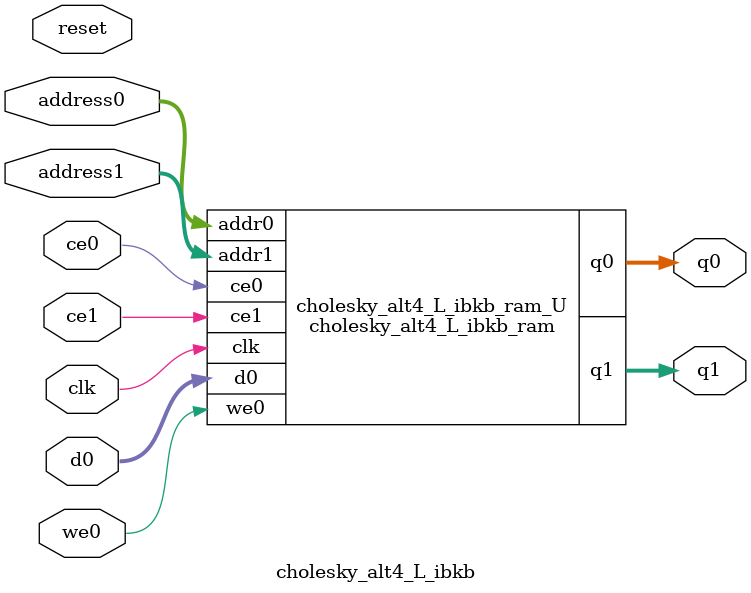
<source format=v>

`timescale 1 ns / 1 ps
module cholesky_alt4_L_ibkb_ram (addr0, ce0, d0, we0, q0, addr1, ce1, q1,  clk);

parameter DWIDTH = 32;
parameter AWIDTH = 3;
parameter MEM_SIZE = 6;

input[AWIDTH-1:0] addr0;
input ce0;
input[DWIDTH-1:0] d0;
input we0;
output reg[DWIDTH-1:0] q0;
input[AWIDTH-1:0] addr1;
input ce1;
output reg[DWIDTH-1:0] q1;
input clk;

(* ram_style = "distributed" *)reg [DWIDTH-1:0] ram[0:MEM_SIZE-1];




always @(posedge clk)  
begin 
    if (ce0) 
    begin
        if (we0) 
        begin 
            ram[addr0] <= d0; 
            q0 <= d0;
        end 
        else 
            q0 <= ram[addr0];
    end
end


always @(posedge clk)  
begin 
    if (ce1) 
    begin
            q1 <= ram[addr1];
    end
end


endmodule


`timescale 1 ns / 1 ps
module cholesky_alt4_L_ibkb(
    reset,
    clk,
    address0,
    ce0,
    we0,
    d0,
    q0,
    address1,
    ce1,
    q1);

parameter DataWidth = 32'd32;
parameter AddressRange = 32'd6;
parameter AddressWidth = 32'd3;
input reset;
input clk;
input[AddressWidth - 1:0] address0;
input ce0;
input we0;
input[DataWidth - 1:0] d0;
output[DataWidth - 1:0] q0;
input[AddressWidth - 1:0] address1;
input ce1;
output[DataWidth - 1:0] q1;



cholesky_alt4_L_ibkb_ram cholesky_alt4_L_ibkb_ram_U(
    .clk( clk ),
    .addr0( address0 ),
    .ce0( ce0 ),
    .we0( we0 ),
    .d0( d0 ),
    .q0( q0 ),
    .addr1( address1 ),
    .ce1( ce1 ),
    .q1( q1 ));

endmodule


</source>
